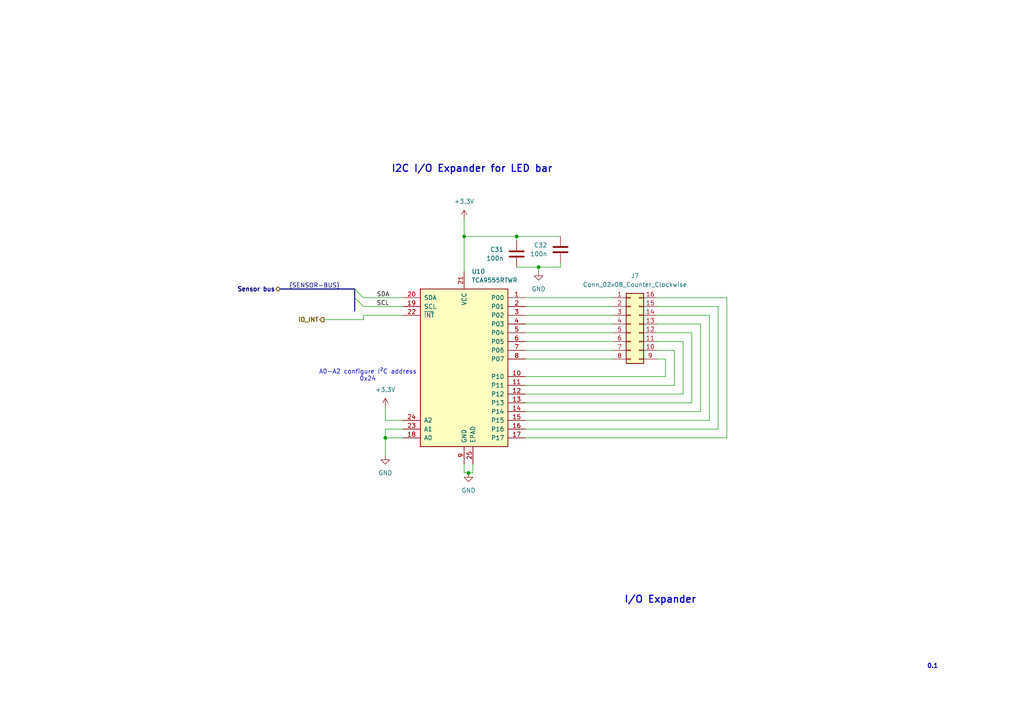
<source format=kicad_sch>
(kicad_sch (version 20250114) (generator "eeschema") (generator_version "9.0")
  (paper "A4")
  (lib_symbols
    (symbol "Connector_Generic:Conn_02x08_Counter_Clockwise" (pin_names (offset 1.016) (hide yes))
      (property "Reference" "J" (at 1.27 10.16 0))
      (property "Value" "Conn_02x08_Counter_Clockwise" (at 1.27 -12.7 0))
      (symbol "Conn_02x08_Counter_Clockwise_1_1"
        (rectangle (start -1.27 8.89) (end 3.81 -11.43) (stroke (width 0.254)) (fill (type background)))
        (rectangle (start -1.27 7.747) (end 0 7.493) (stroke (width 0.1524)))
        (rectangle (start -1.27 5.207) (end 0 4.953) (stroke (width 0.1524)))
        (rectangle (start -1.27 2.667) (end 0 2.413) (stroke (width 0.1524)))
        (rectangle (start -1.27 0.127) (end 0 -0.127) (stroke (width 0.1524)))
        (rectangle (start -1.27 -2.413) (end 0 -2.667) (stroke (width 0.1524)))
        (rectangle (start -1.27 -4.953) (end 0 -5.207) (stroke (width 0.1524)))
        (rectangle (start -1.27 -7.493) (end 0 -7.747) (stroke (width 0.1524)))
        (rectangle (start -1.27 -10.033) (end 0 -10.287) (stroke (width 0.1524)))
        (rectangle (start 3.81 7.747) (end 2.54 7.493) (stroke (width 0.1524)))
        (rectangle (start 3.81 5.207) (end 2.54 4.953) (stroke (width 0.1524)))
        (rectangle (start 3.81 2.667) (end 2.54 2.413) (stroke (width 0.1524)))
        (rectangle (start 3.81 0.127) (end 2.54 -0.127) (stroke (width 0.1524)))
        (rectangle (start 3.81 -2.413) (end 2.54 -2.667) (stroke (width 0.1524)))
        (rectangle (start 3.81 -4.953) (end 2.54 -5.207) (stroke (width 0.1524)))
        (rectangle (start 3.81 -7.493) (end 2.54 -7.747) (stroke (width 0.1524)))
        (rectangle (start 3.81 -10.033) (end 2.54 -10.287) (stroke (width 0.1524)))
        (pin passive line (at -5.08 7.62 0) (length 3.81) (name "Pin_1") (number "1"))
        (pin passive line (at -5.08 5.08 0) (length 3.81) (name "Pin_2") (number "2"))
        (pin passive line (at -5.08 2.54 0) (length 3.81) (name "Pin_3") (number "3"))
        (pin passive line (at -5.08 0 0) (length 3.81) (name "Pin_4") (number "4"))
        (pin passive line (at -5.08 -2.54 0) (length 3.81) (name "Pin_5") (number "5"))
        (pin passive line (at -5.08 -5.08 0) (length 3.81) (name "Pin_6") (number "6"))
        (pin passive line (at -5.08 -7.62 0) (length 3.81) (name "Pin_7") (number "7"))
        (pin passive line (at -5.08 -10.16 0) (length 3.81) (name "Pin_8") (number "8"))
        (pin passive line (at 7.62 7.62 180) (length 3.81) (name "Pin_16") (number "16"))
        (pin passive line (at 7.62 5.08 180) (length 3.81) (name "Pin_15") (number "15"))
        (pin passive line (at 7.62 2.54 180) (length 3.81) (name "Pin_14") (number "14"))
        (pin passive line (at 7.62 0 180) (length 3.81) (name "Pin_13") (number "13"))
        (pin passive line (at 7.62 -2.54 180) (length 3.81) (name "Pin_12") (number "12"))
        (pin passive line (at 7.62 -5.08 180) (length 3.81) (name "Pin_11") (number "11"))
        (pin passive line (at 7.62 -7.62 180) (length 3.81) (name "Pin_10") (number "10"))
        (pin passive line (at 7.62 -10.16 180) (length 3.81) (name "Pin_9") (number "9"))
      )
    )
    (symbol "Device:C" (pin_numbers (hide yes)) (pin_names (offset 0.254))
      (property "Reference" "C" (at 0.635 2.54 0))
      (property "Value" "C" (at 0.635 -2.54 0))
      (symbol "C_0_1"
        (polyline (pts (xy -2.032 0.762) (xy 2.032 0.762)) (stroke (width 0.508)))
        (polyline (pts (xy -2.032 -0.762) (xy 2.032 -0.762)) (stroke (width 0.508)))
      )
      (symbol "C_1_1"
        (pin passive line (at 0 3.81 270) (length 2.794) (name "~") (number "1"))
        (pin passive line (at 0 -3.81 90) (length 2.794) (name "~") (number "2"))
      )
    )
    (symbol "Interface_Expansion:TCA9555RTWR" (pin_names (offset 1.016))
      (property "Reference" "U" (at -11.43 24.13 0))
      (property "Value" "TCA9555RTWR" (at 0 0 0))
      (symbol "TCA9555RTWR_0_1"
        (rectangle (start -12.7 22.86) (end 12.7 -22.86) (stroke (width 0.254)) (fill (type background)))
      )
      (symbol "TCA9555RTWR_1_1"
        (pin bidirectional line (at -17.78 20.32 0) (length 5.08) (name "SDA") (number "20"))
        (pin input line (at -17.78 17.78 0) (length 5.08) (name "SCL") (number "19"))
        (pin open_collector line (at -17.78 15.24 0) (length 5.08) (name "~{INT}") (number "22"))
        (pin input line (at -17.78 -15.24 0) (length 5.08) (name "A2") (number "24"))
        (pin input line (at -17.78 -17.78 0) (length 5.08) (name "A1") (number "23"))
        (pin input line (at -17.78 -20.32 0) (length 5.08) (name "A0") (number "18"))
        (pin power_in line (at 0 27.94 270) (length 5.08) (name "VCC") (number "21"))
        (pin power_in line (at 0 -27.94 90) (length 5.08) (name "GND") (number "9"))
        (pin input line (at 2.54 -27.94 90) (length 5.08) (name "EPAD") (number "25"))
        (pin bidirectional line (at 17.78 20.32 180) (length 5.08) (name "P00") (number "1"))
        (pin bidirectional line (at 17.78 17.78 180) (length 5.08) (name "P01") (number "2"))
        (pin bidirectional line (at 17.78 15.24 180) (length 5.08) (name "P02") (number "3"))
        (pin bidirectional line (at 17.78 12.7 180) (length 5.08) (name "P03") (number "4"))
        (pin bidirectional line (at 17.78 10.16 180) (length 5.08) (name "P04") (number "5"))
        (pin bidirectional line (at 17.78 7.62 180) (length 5.08) (name "P05") (number "6"))
        (pin bidirectional line (at 17.78 5.08 180) (length 5.08) (name "P06") (number "7"))
        (pin bidirectional line (at 17.78 2.54 180) (length 5.08) (name "P07") (number "8"))
        (pin bidirectional line (at 17.78 -2.54 180) (length 5.08) (name "P10") (number "10"))
        (pin bidirectional line (at 17.78 -5.08 180) (length 5.08) (name "P11") (number "11"))
        (pin bidirectional line (at 17.78 -7.62 180) (length 5.08) (name "P12") (number "12"))
        (pin bidirectional line (at 17.78 -10.16 180) (length 5.08) (name "P13") (number "13"))
        (pin bidirectional line (at 17.78 -12.7 180) (length 5.08) (name "P14") (number "14"))
        (pin bidirectional line (at 17.78 -15.24 180) (length 5.08) (name "P15") (number "15"))
        (pin bidirectional line (at 17.78 -17.78 180) (length 5.08) (name "P16") (number "16"))
        (pin bidirectional line (at 17.78 -20.32 180) (length 5.08) (name "P17") (number "17"))
      )
    )
    (symbol "power:+3.3V" (power) (pin_numbers (hide yes)) (pin_names (offset 0) (hide yes))
      (property "Value" "+3.3V" (at 0 3.556 0))
      (symbol "+3.3V_0_1"
        (polyline (pts (xy -0.762 1.27) (xy 0 2.54)))
        (polyline (pts (xy 0 2.54) (xy 0.762 1.27)))
        (polyline (pts (xy 0 0) (xy 0 2.54)))
      )
      (symbol "+3.3V_1_1"
        (pin power_in line (at 0 0 90) (length 0) (name "~") (number "1"))
      )
    )
    (symbol "power:GND" (power) (pin_numbers (hide yes)) (pin_names (offset 0) (hide yes))
      (property "Value" "GND" (at 0 -3.81 0))
      (symbol "GND_0_1"
        (polyline (pts (xy 0 0) (xy 0 -1.27) (xy 1.27 -1.27) (xy 0 -2.54) (xy -1.27 -1.27) (xy 0 -1.27)))
      )
      (symbol "GND_1_1"
        (pin power_in line (at 0 0 270) (length 0) (name "~") (number "1"))
      )
    )
  )
  (text "0.1" (at 270.51 193.294 0) (effects (font (size 1.27 1.27) (thickness 0.254) (bold yes))))
  (text "I2C I/O Expander for LED bar" (at 136.906 49.022 0) (effects (font (size 2.032 2.032) (thickness 0.3353) (bold yes))))
  (text "A0-A2 configure I²C address\n0x24" (at 106.68 108.966 0) (effects (font (size 1.27 1.27))))
  (text "I/O Expander" (at 191.516 173.99 0) (effects (font (size 2.032 2.032) (thickness 0.3353) (bold yes))))
  (junction (at 156.21 77.47))
  (junction (at 149.86 68.58))
  (junction (at 134.62 68.58))
  (junction (at 135.89 137.16))
  (junction (at 111.76 127))
  (bus_entry (at 102.87 86.36) (size 2.54 2.54))
  (bus_entry (at 102.87 83.82) (size 2.54 2.54))
  (wire (pts (xy 208.28 124.46) (xy 208.28 88.9)))
  (wire (pts (xy 152.4 99.06) (xy 177.8 99.06)))
  (bus (pts (xy 102.87 83.82) (xy 102.87 86.36)))
  (wire (pts (xy 193.04 109.22) (xy 193.04 104.14)))
  (wire (pts (xy 105.41 92.71) (xy 93.98 92.71)))
  (wire (pts (xy 105.41 86.36) (xy 116.84 86.36)))
  (wire (pts (xy 156.21 77.47) (xy 156.21 78.74)))
  (wire (pts (xy 105.41 88.9) (xy 116.84 88.9)))
  (wire (pts (xy 111.76 118.11) (xy 111.76 121.92)))
  (wire (pts (xy 116.84 91.44) (xy 105.41 91.44)))
  (wire (pts (xy 111.76 124.46) (xy 111.76 127)))
  (wire (pts (xy 200.66 96.52) (xy 190.5 96.52)))
  (wire (pts (xy 116.84 121.92) (xy 111.76 121.92)))
  (wire (pts (xy 152.4 96.52) (xy 177.8 96.52)))
  (wire (pts (xy 149.86 69.85) (xy 149.86 68.58)))
  (wire (pts (xy 198.12 99.06) (xy 190.5 99.06)))
  (wire (pts (xy 149.86 68.58) (xy 134.62 68.58)))
  (wire (pts (xy 105.41 91.44) (xy 105.41 92.71)))
  (wire (pts (xy 152.4 127) (xy 210.82 127)))
  (wire (pts (xy 200.66 116.84) (xy 200.66 96.52)))
  (wire (pts (xy 152.4 104.14) (xy 177.8 104.14)))
  (wire (pts (xy 195.58 111.76) (xy 195.58 101.6)))
  (wire (pts (xy 152.4 86.36) (xy 177.8 86.36)))
  (wire (pts (xy 190.5 91.44) (xy 205.74 91.44)))
  (wire (pts (xy 152.4 114.3) (xy 198.12 114.3)))
  (wire (pts (xy 156.21 77.47) (xy 162.56 77.47)))
  (wire (pts (xy 152.4 93.98) (xy 177.8 93.98)))
  (wire (pts (xy 152.4 109.22) (xy 193.04 109.22)))
  (wire (pts (xy 205.74 91.44) (xy 205.74 121.92)))
  (wire (pts (xy 116.84 124.46) (xy 111.76 124.46)))
  (wire (pts (xy 135.89 137.16) (xy 134.62 137.16)))
  (wire (pts (xy 152.4 101.6) (xy 177.8 101.6)))
  (wire (pts (xy 208.28 88.9) (xy 190.5 88.9)))
  (bus (pts (xy 102.87 86.36) (xy 102.87 90.17)))
  (wire (pts (xy 134.62 63.5) (xy 134.62 68.58)))
  (wire (pts (xy 149.86 77.47) (xy 156.21 77.47)))
  (wire (pts (xy 162.56 68.58) (xy 149.86 68.58)))
  (wire (pts (xy 137.16 137.16) (xy 135.89 137.16)))
  (wire (pts (xy 111.76 127) (xy 111.76 132.08)))
  (wire (pts (xy 134.62 68.58) (xy 134.62 78.74)))
  (wire (pts (xy 198.12 114.3) (xy 198.12 99.06)))
  (wire (pts (xy 134.62 137.16) (xy 134.62 134.62)))
  (wire (pts (xy 152.4 111.76) (xy 195.58 111.76)))
  (wire (pts (xy 152.4 119.38) (xy 203.2 119.38)))
  (wire (pts (xy 152.4 88.9) (xy 177.8 88.9)))
  (bus (pts (xy 81.28 83.82) (xy 102.87 83.82)))
  (wire (pts (xy 152.4 91.44) (xy 177.8 91.44)))
  (wire (pts (xy 193.04 104.14) (xy 190.5 104.14)))
  (wire (pts (xy 111.76 127) (xy 116.84 127)))
  (wire (pts (xy 152.4 121.92) (xy 205.74 121.92)))
  (wire (pts (xy 195.58 101.6) (xy 190.5 101.6)))
  (wire (pts (xy 162.56 77.47) (xy 162.56 76.2)))
  (wire (pts (xy 152.4 124.46) (xy 208.28 124.46)))
  (wire (pts (xy 190.5 86.36) (xy 210.82 86.36)))
  (wire (pts (xy 203.2 93.98) (xy 190.5 93.98)))
  (wire (pts (xy 152.4 116.84) (xy 200.66 116.84)))
  (wire (pts (xy 203.2 119.38) (xy 203.2 93.98)))
  (wire (pts (xy 210.82 127) (xy 210.82 86.36)))
  (wire (pts (xy 137.16 134.62) (xy 137.16 137.16)))
  (label "SDA" (at 109.22 86.36 0))
  (label "{SENSOR-BUS}" (at 83.82 83.82 0))
  (label "SCL" (at 109.22 88.9 0))
  (hierarchical_label "Sensor bus" (shape bidirectional) (at 81.28 83.82 180) (effects (font (thickness 0.254) (bold yes))))
  (hierarchical_label "IO_INT" (shape output) (at 93.98 92.71 180) (effects (font (thickness 0.254) (bold yes))))
  (symbol (lib_id "power:GND") (at 135.89 137.16 0) (unit 1)
    (property "Reference" "#PWR062" (effects (hide yes)))
    (property "Value" "GND" (at 135.89 142.24 0))
    (property "Description" "Power symbol creates a global label with name \"GND\" , ground" (effects (hide yes)))
  )
  (symbol (lib_id "power:GND") (at 111.76 132.08 0) (unit 1)
    (property "Reference" "#PWR060" (effects (hide yes)))
    (property "Value" "GND" (at 111.76 137.16 0))
    (property "Description" "Power symbol creates a global label with name \"GND\" , ground" (effects (hide yes)))
  )
  (symbol (lib_id "power:GND") (at 156.21 78.74 0) (unit 1)
    (property "Reference" "#PWR063" (effects (hide yes)))
    (property "Value" "GND" (at 156.21 83.82 0))
    (property "Description" "Power symbol creates a global label with name \"GND\" , ground" (effects (hide yes)))
  )
  (symbol (lib_id "power:+3.3V") (at 134.62 63.5 0) (unit 1)
    (property "Reference" "#PWR061" (effects (hide yes)))
    (property "Value" "+3.3V" (at 134.62 58.42 0))
    (property "Description" "Power symbol creates a global label with name \"+3.3V\"" (effects (hide yes)))
  )
  (symbol (lib_id "Device:C") (at 162.56 72.39 0) (mirror y) (unit 1)
    (property "Reference" "C32" (at 158.75 71.12 0) (effects (justify left)))
    (property "Value" "100n" (at 158.75 73.66 0) (effects (justify left)))
    (property "Footprint" "Capacitor_SMD:C_0402_1005Metric" (effects (hide yes)))
  )
  (symbol (lib_id "Interface_Expansion:TCA9555RTWR") (at 134.62 106.68 0) (unit 1)
    (property "Reference" "U10" (at 136.7633 78.74 0) (effects (justify left)))
    (property "Value" "TCA9555RTWR" (at 136.7633 81.28 0) (effects (justify left)))
    (property "Footprint" "Package_DFN_QFN:WQFN-24-1EP_4x4mm_P0.5mm_EP2.45x2.45mm" (effects (hide yes)))
    (property "Datasheet" "http://www.ti.com/lit/ds/symlink/tca9555.pdf" (effects (hide yes)))
    (property "Description" "16-bit I/O expander, I2C and SMBus interface, interrupts, w/ pull-ups, QFN-24" (effects (hide yes)))
  )
  (symbol (lib_id "Device:C") (at 149.86 73.66 0) (mirror y) (unit 1)
    (property "Reference" "C31" (at 146.05 72.39 0) (effects (justify left)))
    (property "Value" "100n" (at 146.05 74.93 0) (effects (justify left)))
    (property "Footprint" "Capacitor_SMD:C_0402_1005Metric" (effects (hide yes)))
  )
  (symbol (lib_id "power:+3.3V") (at 111.76 118.11 0) (unit 1)
    (property "Reference" "#PWR059" (effects (hide yes)))
    (property "Value" "+3.3V" (at 111.76 113.03 0))
    (property "Description" "Power symbol creates a global label with name \"+3.3V\"" (effects (hide yes)))
  )
  (symbol (lib_id "Connector_Generic:Conn_02x08_Counter_Clockwise") (at 182.88 93.98 0) (unit 1)
    (property "Reference" "J7" (at 184.15 80.01 0))
    (property "Value" "Conn_02x08_Counter_Clockwise" (at 184.15 82.55 0))
    (property "Footprint" "Connector_PinHeader_1.27mm:PinHeader_2x08_P1.27mm_Vertical_SMD" (effects (hide yes)))
    (property "Description" "Generic connector, double row, 02x08, counter clockwise pin numbering scheme (similar to DIP package numbering), script generated (kicad-library-utils/schlib/autogen/connector/)" (effects (hide yes)))
  )
)
</source>
